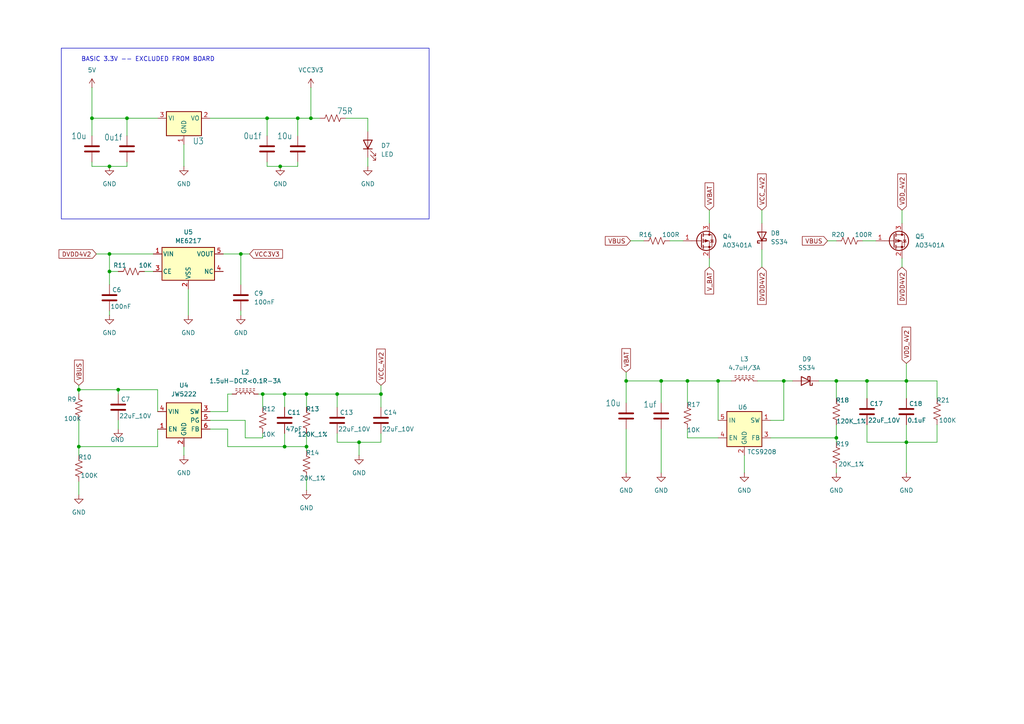
<source format=kicad_sch>
(kicad_sch (version 20231120) (generator "eeschema") (generator_version "8.0")
  (paper "A4")
  (title_block (title "TrackSense") (date "2024-05-07") (rev "BETA_1.0") (company "DFC - Cegep Ste-Foy"))
  (lib_symbols
    (symbol "Custom_Library:ME6217" (pin_names (offset 0.254))
      (property "Reference" "U8" (at 0 8.89 0))
      (property "Value" "ME6217" (at 0 6.35 0))
      (symbol "ME6217_0_1"
        (rectangle (start -7.62 4.445) (end 7.62 -5.08) (stroke (width 0.254)) (fill (type background)))
      )
      (symbol "ME6217_1_1"
        (pin power_in line (at -10.16 2.54 0) (length 2.54) (name "VIN") (number "1"))
        (pin power_in line (at 0 -7.62 90) (length 2.54) (name "VSS") (number "2"))
        (pin input line (at -10.16 -2.54 0) (length 2.54) (name "CE") (number "3"))
        (pin input line (at 10.16 -2.54 180) (length 2.54) (name "NC") (number "4"))
        (pin power_out line (at 10.16 2.54 180) (length 2.54) (name "VOUT") (number "5"))
      )
    )
    (symbol "Device:C" (pin_numbers hide) (pin_names (offset 0.254))
      (property "Reference" "C" (at 0.635 2.54 0))
      (property "Value" "C" (at 0.635 -2.54 0))
      (symbol "C_0_1"
        (polyline (pts (xy -2.032 -0.762) (xy 2.032 -0.762)) (stroke (width 0.508)))
        (polyline (pts (xy -2.032 0.762) (xy 2.032 0.762)) (stroke (width 0.508)))
      )
      (symbol "C_1_1"
        (pin passive line (at 0 3.81 270) (length 2.794) (name "~") (number "1"))
        (pin passive line (at 0 -3.81 90) (length 2.794) (name "~") (number "2"))
      )
    )
    (symbol "Device:LED" (pin_numbers hide) (pin_names (offset 1.016) hide)
      (property "Reference" "D" (at 0 2.54 0))
      (property "Value" "LED" (at 0 -2.54 0))
      (symbol "LED_0_1"
        (polyline (pts (xy -1.27 -1.27) (xy -1.27 1.27)) (stroke (width 0.254)))
        (polyline (pts (xy -1.27 0) (xy 1.27 0)))
        (polyline (pts (xy 1.27 -1.27) (xy 1.27 1.27) (xy -1.27 0) (xy 1.27 -1.27)) (stroke (width 0.254)))
        (polyline (pts (xy -3.048 -0.762) (xy -4.572 -2.286) (xy -3.81 -2.286) (xy -4.572 -2.286) (xy -4.572 -1.524)))
        (polyline (pts (xy -1.778 -0.762) (xy -3.302 -2.286) (xy -2.54 -2.286) (xy -3.302 -2.286) (xy -3.302 -1.524)))
      )
      (symbol "LED_1_1"
        (pin passive line (at -3.81 0 0) (length 2.54) (name "K") (number "1"))
        (pin passive line (at 3.81 0 180) (length 2.54) (name "A") (number "2"))
      )
    )
    (symbol "Device:L_Ferrite" (pin_numbers hide) (pin_names (offset 1.016) hide)
      (property "Reference" "L" (at -1.27 0 90))
      (property "Value" "L_Ferrite" (at 2.794 0 90))
      (symbol "L_Ferrite_0_1"
        (arc (start 0 -2.54) (mid 0.6323 -1.905) (end 0 -1.27))
        (arc (start 0 -1.27) (mid 0.6323 -0.635) (end 0 0))
        (polyline (pts (xy 1.016 -2.794) (xy 1.016 -2.286)))
        (polyline (pts (xy 1.016 -1.778) (xy 1.016 -1.27)))
        (polyline (pts (xy 1.016 -0.762) (xy 1.016 -0.254)))
        (polyline (pts (xy 1.016 0.254) (xy 1.016 0.762)))
        (polyline (pts (xy 1.016 1.27) (xy 1.016 1.778)))
        (polyline (pts (xy 1.016 2.286) (xy 1.016 2.794)))
        (polyline (pts (xy 1.524 -2.286) (xy 1.524 -2.794)))
        (polyline (pts (xy 1.524 -1.27) (xy 1.524 -1.778)))
        (polyline (pts (xy 1.524 -0.254) (xy 1.524 -0.762)))
        (polyline (pts (xy 1.524 0.762) (xy 1.524 0.254)))
        (polyline (pts (xy 1.524 1.778) (xy 1.524 1.27)))
        (polyline (pts (xy 1.524 2.794) (xy 1.524 2.286)))
        (arc (start 0 0) (mid 0.6323 0.635) (end 0 1.27))
        (arc (start 0 1.27) (mid 0.6323 1.905) (end 0 2.54))
      )
      (symbol "L_Ferrite_1_1"
        (pin passive line (at 0 3.81 270) (length 1.27) (name "1") (number "1"))
        (pin passive line (at 0 -3.81 90) (length 1.27) (name "2") (number "2"))
      )
    )
    (symbol "Device:R_US" (pin_numbers hide) (pin_names (offset 0))
      (property "Reference" "R" (at 2.54 0 90))
      (property "Value" "R_US" (at -2.54 0 90))
      (symbol "R_US_0_1"
        (polyline (pts (xy 0 -2.286) (xy 0 -2.54)))
        (polyline (pts (xy 0 2.286) (xy 0 2.54)))
        (polyline (pts (xy 0 -0.762) (xy 1.016 -1.143) (xy 0 -1.524) (xy -1.016 -1.905) (xy 0 -2.286)))
        (polyline (pts (xy 0 0.762) (xy 1.016 0.381) (xy 0 0) (xy -1.016 -0.381) (xy 0 -0.762)))
        (polyline (pts (xy 0 2.286) (xy 1.016 1.905) (xy 0 1.524) (xy -1.016 1.143) (xy 0 0.762)))
      )
      (symbol "R_US_1_1"
        (pin passive line (at 0 3.81 270) (length 1.27) (name "~") (number "1"))
        (pin passive line (at 0 -3.81 90) (length 1.27) (name "~") (number "2"))
      )
    )
    (symbol "Diode:SS34" (pin_numbers hide) (pin_names (offset 1.016) hide)
      (property "Reference" "D" (at 0 2.54 0))
      (property "Value" "SS34" (at 0 -2.54 0))
      (symbol "SS34_0_1"
        (polyline (pts (xy 1.27 0) (xy -1.27 0)))
        (polyline (pts (xy 1.27 1.27) (xy 1.27 -1.27) (xy -1.27 0) (xy 1.27 1.27)) (stroke (width 0.254)))
        (polyline (pts (xy -1.905 0.635) (xy -1.905 1.27) (xy -1.27 1.27) (xy -1.27 -1.27) (xy -0.635 -1.27) (xy -0.635 -0.635)) (stroke (width 0.254)))
      )
      (symbol "SS34_1_1"
        (pin passive line (at -3.81 0 0) (length 2.54) (name "K") (number "1"))
        (pin passive line (at 3.81 0 180) (length 2.54) (name "A") (number "2"))
      )
    )
    (symbol "Regulator_Linear:LM1117MP-3.3"
      (property "Reference" "U" (at -3.81 3.175 0))
      (property "Value" "LM1117MP-3.3" (at 0 3.175 0))
      (symbol "LM1117MP-3.3_0_1"
        (rectangle (start -5.08 -5.08) (end 5.08 1.905) (stroke (width 0.254)) (fill (type background)))
      )
      (symbol "LM1117MP-3.3_1_1"
        (pin power_in line (at 0 -7.62 90) (length 2.54) (name "GND") (number "1"))
        (pin power_out line (at 7.62 0 180) (length 2.54) (name "VO") (number "2"))
        (pin power_in line (at -7.62 0 0) (length 2.54) (name "VI") (number "3"))
      )
    )
    (symbol "Regulator_Switching:MT3608"
      (property "Reference" "U10" (at 0 10.16 0))
      (property "Value" "TCS9208" (at 0 7.62 0))
      (symbol "MT3608_0_1"
        (rectangle (start -5.08 5.08) (end 5.08 -5.08) (stroke (width 0.254)) (fill (type background)))
      )
      (symbol "MT3608_1_1"
        (pin passive line (at 7.62 2.54 180) (length 2.54) (name "SW") (number "1"))
        (pin power_in line (at 0 -7.62 90) (length 2.54) (name "GND") (number "2"))
        (pin input line (at 7.62 -2.54 180) (length 2.54) (name "FB") (number "3"))
        (pin input line (at -7.62 -2.54 0) (length 2.54) (name "EN") (number "4"))
        (pin power_in line (at -7.62 2.54 0) (length 2.54) (name "IN") (number "5"))
        (pin no_connect line (at 5.08 0 180) (length 2.54) hide (name "NC") (number "6"))
      )
    )
    (symbol "Regulator_Switching:TLV62569DDC"
      (property "Reference" "U9" (at 0 10.16 0))
      (property "Value" "JW5222" (at 0 7.62 0))
      (symbol "TLV62569DDC_0_1"
        (rectangle (start -5.08 5.08) (end 5.08 -5.08) (stroke (width 0.254)) (fill (type background)))
      )
      (symbol "TLV62569DDC_1_1"
        (pin input line (at -7.62 -2.54 0) (length 2.54) (name "EN") (number "1"))
        (pin power_in line (at 0 -7.62 90) (length 2.54) (name "GND") (number "2"))
        (pin power_out line (at 7.62 2.54 180) (length 2.54) (name "SW") (number "3"))
        (pin power_in line (at -7.62 2.54 0) (length 2.54) (name "VIN") (number "4"))
        (pin open_collector line (at 7.62 0 180) (length 2.54) (name "PG") (number "5"))
        (pin input line (at 7.62 -2.54 180) (length 2.54) (name "FB") (number "6"))
      )
    )
    (symbol "Transistor_FET:AO3401A" (pin_names hide)
      (property "Reference" "Q" (at 5.08 1.905 0))
      (property "Value" "AO3401A" (at 5.08 0 0))
      (symbol "AO3401A_0_1"
        (polyline (pts (xy 0.254 0) (xy -2.54 0)))
        (polyline (pts (xy 0.254 1.905) (xy 0.254 -1.905)) (stroke (width 0.254)))
        (polyline (pts (xy 0.762 -1.27) (xy 0.762 -2.286)) (stroke (width 0.254)))
        (polyline (pts (xy 0.762 0.508) (xy 0.762 -0.508)) (stroke (width 0.254)))
        (polyline (pts (xy 0.762 2.286) (xy 0.762 1.27)) (stroke (width 0.254)))
        (polyline (pts (xy 2.54 2.54) (xy 2.54 1.778)))
        (polyline (pts (xy 2.54 -2.54) (xy 2.54 0) (xy 0.762 0)))
        (polyline (pts (xy 0.762 1.778) (xy 3.302 1.778) (xy 3.302 -1.778) (xy 0.762 -1.778)))
        (polyline (pts (xy 2.286 0) (xy 1.27 0.381) (xy 1.27 -0.381) (xy 2.286 0)) (fill (type outline)))
        (polyline (pts (xy 2.794 -0.508) (xy 2.921 -0.381) (xy 3.683 -0.381) (xy 3.81 -0.254)))
        (polyline (pts (xy 3.302 -0.381) (xy 2.921 0.254) (xy 3.683 0.254) (xy 3.302 -0.381)))
        (circle (center 1.651 0) (radius 2.794) (stroke (width 0.254)))
        (circle (center 2.54 -1.778) (radius 0.254) (fill (type outline)))
        (circle (center 2.54 1.778) (radius 0.254) (fill (type outline)))
      )
      (symbol "AO3401A_1_1"
        (pin input line (at -5.08 0 0) (length 2.54) (name "G") (number "1"))
        (pin passive line (at 2.54 -5.08 90) (length 2.54) (name "S") (number "2"))
        (pin passive line (at 2.54 5.08 270) (length 2.54) (name "D") (number "3"))
      )
    )
    (symbol "power:GND" (power) (pin_numbers hide) (pin_names (offset 0) hide)
      (property "Value" "GND" (at 0 -3.81 0))
      (symbol "GND_0_1"
        (polyline (pts (xy 0 0) (xy 0 -1.27) (xy 1.27 -1.27) (xy 0 -2.54) (xy -1.27 -1.27) (xy 0 -1.27)))
      )
      (symbol "GND_1_1"
        (pin power_in line (at 0 0 270) (length 0) (name "~") (number "1"))
      )
    )
    (symbol "power:VBUS" (power) (pin_numbers hide) (pin_names (offset 0) hide)
      (property "Value" "VBUS" (at 0 3.556 0))
      (symbol "VBUS_0_1"
        (polyline (pts (xy -0.762 1.27) (xy 0 2.54)))
        (polyline (pts (xy 0 0) (xy 0 2.54)))
        (polyline (pts (xy 0 2.54) (xy 0.762 1.27)))
      )
      (symbol "VBUS_1_1"
        (pin power_in line (at 0 0 90) (length 0) (name "~") (number "1"))
      )
    )
    (symbol "power:VCC" (power) (pin_numbers hide) (pin_names (offset 0) hide)
      (property "Value" "VCC" (at 0 3.556 0))
      (symbol "VCC_0_1"
        (polyline (pts (xy -0.762 1.27) (xy 0 2.54)))
        (polyline (pts (xy 0 0) (xy 0 2.54)))
        (polyline (pts (xy 0 2.54) (xy 0.762 1.27)))
      )
      (symbol "VCC_1_1"
        (pin power_in line (at 0 0 90) (length 0) (name "~") (number "1"))
      )
    )
  )
  (junction (at 208.28 110.49))
  (junction (at 242.57 110.49))
  (junction (at 76.2 114.3))
  (junction (at 262.89 110.49))
  (junction (at 97.79 114.3))
  (junction (at 90.17 34.29))
  (junction (at 26.67 34.29))
  (junction (at 36.83 34.29))
  (junction (at 88.9 129.54))
  (junction (at 77.47 34.29))
  (junction (at 31.75 73.66))
  (junction (at 110.49 114.3))
  (junction (at 262.89 128.27))
  (junction (at 251.46 110.49))
  (junction (at 181.61 110.49))
  (junction (at 82.55 129.54))
  (junction (at 104.14 128.27))
  (junction (at 81.28 48.26))
  (junction (at 199.39 110.49))
  (junction (at 86.36 34.29))
  (junction (at 227.33 110.49))
  (junction (at 34.29 113.03))
  (junction (at 22.86 129.54))
  (junction (at 88.9 114.3))
  (junction (at 22.86 113.03))
  (junction (at 242.57 127))
  (junction (at 31.75 48.26))
  (junction (at 191.77 110.49))
  (junction (at 69.85 73.66))
  (junction (at 82.55 114.3))
  (junction (at 31.75 78.74))
  (wire (pts (xy 26.67 48.26) (xy 31.75 48.26)) (stroke (width 0.1524)))
  (wire (pts (xy 66.04 124.46) (xy 66.04 129.54)))
  (wire (pts (xy 220.98 72.39) (xy 220.98 77.47)))
  (wire (pts (xy 181.61 110.49) (xy 181.61 116.84)))
  (wire (pts (xy 242.57 135.89) (xy 242.57 137.16)))
  (wire (pts (xy 271.78 115.57) (xy 271.78 110.49)))
  (wire (pts (xy 22.86 113.03) (xy 22.86 114.3)))
  (wire (pts (xy 36.83 39.37) (xy 36.83 34.29)) (stroke (width 0.1524)))
  (wire (pts (xy 242.57 127) (xy 242.57 128.27)))
  (wire (pts (xy 45.72 119.38) (xy 45.72 113.03)))
  (wire (pts (xy 199.39 110.49) (xy 199.39 116.84)))
  (wire (pts (xy 223.52 127) (xy 242.57 127)))
  (wire (pts (xy 27.94 73.66) (xy 31.75 73.66)))
  (wire (pts (xy 26.67 39.37) (xy 26.67 34.29)) (stroke (width 0.1524)))
  (wire (pts (xy 191.77 110.49) (xy 199.39 110.49)))
  (wire (pts (xy 191.77 124.46) (xy 191.77 137.16)))
  (wire (pts (xy 110.49 128.27) (xy 110.49 125.73)))
  (wire (pts (xy 60.96 119.38) (xy 66.04 119.38)))
  (wire (pts (xy 31.75 48.26) (xy 36.83 48.26)) (stroke (width 0.1524)))
  (wire (pts (xy 76.2 114.3) (xy 76.2 118.11)))
  (wire (pts (xy 22.86 139.7) (xy 22.86 143.51)))
  (wire (pts (xy 208.28 110.49) (xy 212.09 110.49)))
  (wire (pts (xy 262.89 110.49) (xy 262.89 115.57)))
  (wire (pts (xy 26.67 34.29) (xy 36.83 34.29)) (stroke (width 0.1524)))
  (wire (pts (xy 242.57 110.49) (xy 251.46 110.49)))
  (wire (pts (xy 71.12 121.92) (xy 60.96 121.92)))
  (wire (pts (xy 97.79 128.27) (xy 104.14 128.27)))
  (wire (pts (xy 97.79 114.3) (xy 97.79 118.11)))
  (wire (pts (xy 66.04 119.38) (xy 66.04 114.3)))
  (wire (pts (xy 86.36 48.26) (xy 81.28 48.26)))
  (wire (pts (xy 76.2 127) (xy 71.12 127)))
  (wire (pts (xy 22.86 111.76) (xy 22.86 113.03)))
  (wire (pts (xy 88.9 114.3) (xy 88.9 118.11)))
  (wire (pts (xy 97.79 125.73) (xy 97.79 128.27)))
  (wire (pts (xy 34.29 121.92) (xy 34.29 124.46)))
  (wire (pts (xy 45.72 124.46) (xy 45.72 129.54)))
  (wire (pts (xy 262.89 123.19) (xy 262.89 128.27)))
  (wire (pts (xy 53.34 129.54) (xy 53.34 132.08)))
  (wire (pts (xy 191.77 116.84) (xy 191.77 110.49)))
  (wire (pts (xy 199.39 127) (xy 199.39 124.46)))
  (wire (pts (xy 181.61 124.46) (xy 181.61 137.16)))
  (wire (pts (xy 205.74 74.93) (xy 205.74 77.47)))
  (wire (pts (xy 45.72 129.54) (xy 22.86 129.54)))
  (wire (pts (xy 220.98 60.96) (xy 220.98 64.77)))
  (wire (pts (xy 86.36 46.99) (xy 86.36 48.26)))
  (wire (pts (xy 31.75 78.74) (xy 31.75 82.55)))
  (wire (pts (xy 182.88 69.85) (xy 186.69 69.85)))
  (wire (pts (xy 69.85 73.66) (xy 72.39 73.66)))
  (wire (pts (xy 251.46 110.49) (xy 262.89 110.49)))
  (wire (pts (xy 106.68 34.29) (xy 106.68 38.1)))
  (wire (pts (xy 36.83 34.29) (xy 45.72 34.29)) (stroke (width 0.1524)))
  (wire (pts (xy 251.46 123.19) (xy 251.46 128.27)))
  (wire (pts (xy 261.62 60.96) (xy 261.62 64.77)))
  (wire (pts (xy 66.04 129.54) (xy 82.55 129.54)))
  (wire (pts (xy 106.68 45.72) (xy 106.68 48.26)))
  (wire (pts (xy 110.49 114.3) (xy 110.49 118.11)))
  (wire (pts (xy 181.61 107.95) (xy 181.61 110.49)))
  (wire (pts (xy 82.55 114.3) (xy 88.9 114.3)))
  (wire (pts (xy 271.78 128.27) (xy 262.89 128.27)))
  (wire (pts (xy 227.33 121.92) (xy 227.33 110.49)))
  (wire (pts (xy 242.57 123.19) (xy 242.57 127)))
  (wire (pts (xy 26.67 25.4) (xy 26.67 34.29)))
  (wire (pts (xy 191.77 110.49) (xy 181.61 110.49)))
  (wire (pts (xy 88.9 138.43) (xy 88.9 142.24)))
  (wire (pts (xy 36.83 48.26) (xy 36.83 46.99)) (stroke (width 0.1524)))
  (wire (pts (xy 88.9 114.3) (xy 97.79 114.3)))
  (wire (pts (xy 199.39 110.49) (xy 208.28 110.49)))
  (wire (pts (xy 194.31 69.85) (xy 198.12 69.85)))
  (wire (pts (xy 69.85 90.17) (xy 69.85 91.44)))
  (wire (pts (xy 215.9 132.08) (xy 215.9 137.16)))
  (wire (pts (xy 110.49 111.76) (xy 110.49 114.3)))
  (wire (pts (xy 64.77 73.66) (xy 69.85 73.66)))
  (wire (pts (xy 31.75 73.66) (xy 44.45 73.66)))
  (wire (pts (xy 227.33 110.49) (xy 229.87 110.49)))
  (wire (pts (xy 240.03 69.85) (xy 242.57 69.85)))
  (wire (pts (xy 251.46 110.49) (xy 251.46 115.57)))
  (wire (pts (xy 74.93 114.3) (xy 76.2 114.3)))
  (wire (pts (xy 54.61 83.82) (xy 54.61 91.44)))
  (wire (pts (xy 90.17 25.4) (xy 90.17 34.29)))
  (wire (pts (xy 60.96 124.46) (xy 66.04 124.46)))
  (wire (pts (xy 66.04 114.3) (xy 67.31 114.3)))
  (wire (pts (xy 104.14 128.27) (xy 110.49 128.27)))
  (wire (pts (xy 208.28 127) (xy 199.39 127)))
  (wire (pts (xy 31.75 73.66) (xy 31.75 78.74)))
  (wire (pts (xy 69.85 73.66) (xy 69.85 82.55)))
  (wire (pts (xy 31.75 78.74) (xy 34.29 78.74)))
  (wire (pts (xy 86.36 34.29) (xy 86.36 39.37)) (stroke (width 0.1524)))
  (wire (pts (xy 88.9 129.54) (xy 88.9 130.81)))
  (wire (pts (xy 76.2 125.73) (xy 76.2 127)))
  (wire (pts (xy 82.55 114.3) (xy 82.55 118.11)))
  (wire (pts (xy 86.36 34.29) (xy 90.17 34.29)))
  (wire (pts (xy 26.67 46.99) (xy 26.67 48.26)) (stroke (width 0.1524)))
  (wire (pts (xy 82.55 129.54) (xy 88.9 129.54)))
  (wire (pts (xy 90.17 34.29) (xy 92.71 34.29)))
  (wire (pts (xy 77.47 46.99) (xy 77.47 48.26)))
  (wire (pts (xy 34.29 113.03) (xy 34.29 114.3)))
  (wire (pts (xy 208.28 121.92) (xy 208.28 110.49)))
  (wire (pts (xy 22.86 113.03) (xy 34.29 113.03)))
  (wire (pts (xy 22.86 121.92) (xy 22.86 129.54)))
  (wire (pts (xy 100.33 34.29) (xy 106.68 34.29)))
  (wire (pts (xy 34.29 113.03) (xy 45.72 113.03)))
  (wire (pts (xy 250.19 69.85) (xy 254 69.85)))
  (wire (pts (xy 223.52 121.92) (xy 227.33 121.92)))
  (wire (pts (xy 261.62 74.93) (xy 261.62 77.47)))
  (wire (pts (xy 219.71 110.49) (xy 227.33 110.49)))
  (wire (pts (xy 97.79 114.3) (xy 110.49 114.3)))
  (wire (pts (xy 53.34 41.91) (xy 53.34 48.26)))
  (wire (pts (xy 262.89 105.41) (xy 262.89 110.49)))
  (wire (pts (xy 76.2 114.3) (xy 82.55 114.3)))
  (wire (pts (xy 271.78 123.19) (xy 271.78 128.27)))
  (wire (pts (xy 82.55 125.73) (xy 82.55 129.54)))
  (wire (pts (xy 88.9 125.73) (xy 88.9 129.54)))
  (wire (pts (xy 104.14 128.27) (xy 104.14 132.08)))
  (wire (pts (xy 81.28 48.26) (xy 77.47 48.26)))
  (wire (pts (xy 251.46 128.27) (xy 262.89 128.27)))
  (wire (pts (xy 41.91 78.74) (xy 44.45 78.74)))
  (wire (pts (xy 205.74 60.96) (xy 205.74 64.77)))
  (wire (pts (xy 77.47 39.37) (xy 77.47 34.29)) (stroke (width 0.1524)))
  (wire (pts (xy 271.78 110.49) (xy 262.89 110.49)))
  (wire (pts (xy 31.75 90.17) (xy 31.75 91.44)))
  (wire (pts (xy 60.96 34.29) (xy 77.47 34.29)) (stroke (width 0.1524)))
  (wire (pts (xy 237.49 110.49) (xy 242.57 110.49)))
  (wire (pts (xy 22.86 129.54) (xy 22.86 132.08)))
  (wire (pts (xy 77.47 34.29) (xy 86.36 34.29)) (stroke (width 0.1524)))
  (wire (pts (xy 71.12 127) (xy 71.12 121.92)))
  (wire (pts (xy 262.89 128.27) (xy 262.89 137.16)))
  (wire (pts (xy 242.57 110.49) (xy 242.57 115.57)))
  (rectangle (start 17.78 13.97) (end 124.46 63.5))
  (text "BASIC 3.3V -- EXCLUDED FROM BOARD" (at 42.926 17.272 0) (effects (font (size 1.27 1.27))))
  (global_label "VDD_4V2" (shape input) (at 262.89 105.41 90) (property "Intersheetrefs" "${INTERSHEET_REFS}" (effects (hide yes))))
  (global_label "VBUS" (shape input) (at 22.86 111.76 90) (property "Intersheetrefs" "${INTERSHEET_REFS}" (effects (hide yes))))
  (global_label "VCC_4V2" (shape input) (at 220.98 60.96 90) (property "Intersheetrefs" "${INTERSHEET_REFS}" (effects (hide yes))))
  (global_label "V_BAT" (shape input) (at 205.74 77.47 270) (property "Intersheetrefs" "${INTERSHEET_REFS}" (effects (hide yes))))
  (global_label "VCC_4V2" (shape input) (at 110.49 111.76 90) (property "Intersheetrefs" "${INTERSHEET_REFS}" (effects (hide yes))))
  (global_label "DVDD4V2" (shape input) (at 27.94 73.66 180) (property "Intersheetrefs" "${INTERSHEET_REFS}" (effects (hide yes))))
  (global_label "DVDD4V2" (shape input) (at 220.98 77.47 270) (property "Intersheetrefs" "${INTERSHEET_REFS}" (effects (hide yes))))
  (global_label "VBUS" (shape input) (at 240.03 69.85 180) (property "Intersheetrefs" "${INTERSHEET_REFS}" (effects (hide yes))))
  (global_label "VCC3V3" (shape input) (at 72.39 73.66 0) (property "Intersheetrefs" "${INTERSHEET_REFS}" (effects (hide yes))))
  (global_label "VDD_4V2" (shape input) (at 261.62 60.96 90) (property "Intersheetrefs" "${INTERSHEET_REFS}" (effects (hide yes))))
  (global_label "VBAT" (shape input) (at 181.61 107.95 90) (property "Intersheetrefs" "${INTERSHEET_REFS}" (effects (hide yes))))
  (global_label "VVBAT" (shape input) (at 205.74 60.96 90) (property "Intersheetrefs" "${INTERSHEET_REFS}" (effects (hide yes))))
  (global_label "VBUS" (shape input) (at 182.88 69.85 180) (property "Intersheetrefs" "${INTERSHEET_REFS}" (effects (hide yes))))
  (global_label "DVDD4V2" (shape input) (at 261.62 77.47 270) (property "Intersheetrefs" "${INTERSHEET_REFS}" (effects (hide yes))))
  (symbol (lib_id "power:GND") (at 242.57 137.16 0) (unit 1)
    (property "Reference" "#PWR026" (effects (hide yes)))
    (property "Value" "GND" (at 242.57 142.24 0))
    (property "Description" "Power symbol creates a global label with name \"GND\" , ground" (effects (hide yes)))
  )
  (symbol (lib_id "power:GND") (at 22.86 143.51 0) (unit 1)
    (property "Reference" "#PWR09" (effects (hide yes)))
    (property "Value" "GND" (at 22.86 148.59 0))
    (property "Description" "Power symbol creates a global label with name \"GND\" , ground" (effects (hide yes)))
  )
  (symbol (lib_id "Device:R_US") (at 271.78 119.38 0) (unit 1)
    (property "Reference" "R21" (at 273.558 116.078 0))
    (property "Value" "100K" (at 274.828 121.92 0))
    (property "Footprint" "Resistor_SMD:R_0603_1608Metric" (effects (hide yes)))
    (property "Description" "Resistor, US symbol" (effects (hide yes)))
  )
  (symbol (lib_id "Device:R_US") (at 38.1 78.74 90) (unit 1)
    (property "Reference" "R11" (at 34.798 76.962 90))
    (property "Value" "10K" (at 42.164 76.962 90))
    (property "Footprint" "Resistor_SMD:R_0603_1608Metric" (effects (hide yes)))
    (property "Description" "Resistor, US symbol" (effects (hide yes)))
  )
  (symbol (lib_id "power:GND") (at 191.77 137.16 0) (unit 1)
    (property "Reference" "#PWR024" (effects (hide yes)))
    (property "Value" "GND" (at 191.77 142.24 0))
    (property "Description" "Power symbol creates a global label with name \"GND\" , ground" (effects (hide yes)))
  )
  (symbol (lib_id "Device:C") (at 36.83 43.18 180) (unit 1) (exclude_from_sim yes) (in_bom no) (on_board no)
    (property "Reference" "C8" (effects (hide yes)))
    (property "Value" "0u1f" (at 35.56 38.862 0) (effects (font (size 1.778 1.5113)) (justify left bottom)))
    (property "Footprint" "Capacitor_SMD:C_0603_1608Metric" (effects (hide yes)))
    (property "Description" "Unpolarized capacitor" (effects (hide yes)))
  )
  (symbol (lib_id "Device:C") (at 181.61 120.65 180) (unit 1)
    (property "Reference" "C15" (effects (hide yes)))
    (property "Value" "10u" (at 180.086 115.951 0) (effects (font (size 1.778 1.5113)) (justify left bottom)))
    (property "Footprint" "Capacitor_SMD:C_0603_1608Metric" (effects (hide yes)))
    (property "Description" "Unpolarized capacitor" (effects (hide yes)))
  )
  (symbol (lib_id "Device:R_US") (at 242.57 132.08 0) (unit 1)
    (property "Reference" "R19" (at 244.348 128.778 0))
    (property "Value" "20K_1%" (at 246.888 134.62 0))
    (property "Footprint" "Resistor_SMD:R_0603_1608Metric" (effects (hide yes)))
    (property "Description" "Resistor, US symbol" (effects (hide yes)))
  )
  (symbol (lib_id "Device:C") (at 251.46 119.38 0) (unit 1)
    (property "Reference" "C17" (at 252.222 117.094 0) (effects (justify left)))
    (property "Value" "22uF_10V" (at 251.714 121.92 0) (effects (justify left)))
    (property "Footprint" "Capacitor_SMD:C_1206_3216Metric" (effects (hide yes)))
    (property "Description" "Unpolarized capacitor" (effects (hide yes)))
  )
  (symbol (lib_id "Device:R_US") (at 96.52 34.29 90) (unit 1) (exclude_from_sim yes) (in_bom no) (on_board no)
    (property "Reference" "R15" (effects (hide yes)))
    (property "Value" "75R" (at 102.362 31.242 90) (effects (font (size 1.778 1.5113)) (justify left bottom)))
    (property "Footprint" "Resistor_SMD:R_0603_1608Metric" (effects (hide yes)))
    (property "Description" "Resistor, US symbol" (effects (hide yes)))
  )
  (symbol (lib_id "Device:C") (at 97.79 121.92 0) (unit 1)
    (property "Reference" "C13" (at 98.552 119.634 0) (effects (justify left)))
    (property "Value" "22uF_10V" (at 98.044 124.46 0) (effects (justify left)))
    (property "Footprint" "Capacitor_SMD:C_1206_3216Metric" (effects (hide yes)))
    (property "Description" "Unpolarized capacitor" (effects (hide yes)))
  )
  (symbol (lib_id "Transistor_FET:AO3401A") (at 203.2 69.85 0) (unit 1)
    (property "Reference" "Q4" (at 209.55 68.5799 0) (effects (justify left)))
    (property "Value" "AO3401A" (at 209.55 71.1199 0) (effects (justify left)))
    (property "Footprint" "Package_TO_SOT_SMD:SOT-23" (effects (hide yes)))
    (property "Datasheet" "http://www.aosmd.com/pdfs/datasheet/AO3401A.pdf" (effects (hide yes)))
    (property "Description" "-4.0A Id, -30V Vds, P-Channel MOSFET, SOT-23" (effects (hide yes)))
  )
  (symbol (lib_id "Device:R_US") (at 76.2 121.92 0) (unit 1)
    (property "Reference" "R12" (at 77.978 118.618 0))
    (property "Value" "10K" (at 77.978 125.984 0))
    (property "Footprint" "Resistor_SMD:R_0603_1608Metric" (effects (hide yes)))
    (property "Description" "Resistor, US symbol" (effects (hide yes)))
  )
  (symbol (lib_id "Device:C") (at 69.85 86.36 0) (unit 1)
    (property "Reference" "C9" (at 73.66 85.0899 0) (effects (justify left)))
    (property "Value" "100nF" (at 73.66 87.6299 0) (effects (justify left)))
    (property "Footprint" "Capacitor_SMD:C_0603_1608Metric" (effects (hide yes)))
    (property "Description" "Unpolarized capacitor" (effects (hide yes)))
  )
  (symbol (lib_id "power:GND") (at 34.29 124.46 0) (unit 1)
    (property "Reference" "#PWR013" (effects (hide yes)))
    (property "Value" "GND" (at 34.036 127.508 0))
    (property "Description" "Power symbol creates a global label with name \"GND\" , ground" (effects (hide yes)))
  )
  (symbol (lib_id "power:GND") (at 31.75 48.26 0) (unit 1)
    (property "Reference" "#PWR011" (effects (hide yes)))
    (property "Value" "GND" (at 31.75 53.34 0))
    (property "Description" "Power symbol creates a global label with name \"GND\" , ground" (effects (hide yes)))
  )
  (symbol (lib_id "Device:R_US") (at 88.9 121.92 0) (unit 1)
    (property "Reference" "R13" (at 90.678 118.618 0))
    (property "Value" "120K_1%" (at 90.678 125.984 0))
    (property "Footprint" "Resistor_SMD:R_0603_1608Metric" (effects (hide yes)))
    (property "Description" "Resistor, US symbol" (effects (hide yes)))
  )
  (symbol (lib_id "Device:R_US") (at 242.57 119.38 0) (unit 1)
    (property "Reference" "R18" (at 244.348 116.078 0))
    (property "Value" "120K_1%" (at 246.888 122.174 0))
    (property "Footprint" "Resistor_SMD:R_0603_1608Metric" (effects (hide yes)))
    (property "Description" "Resistor, US symbol" (effects (hide yes)))
  )
  (symbol (lib_id "Regulator_Linear:LM1117MP-3.3") (at 53.34 34.29 0) (unit 1) (exclude_from_sim yes) (in_bom no) (on_board no)
    (property "Reference" "U3" (at 55.88 41.91 0) (effects (font (size 1.778 1.5113)) (justify left bottom)))
    (property "Value" "V_REG_LM1117SOT223" (effects (hide yes)))
    (property "Footprint" "Package_TO_SOT_SMD:SOT-223-3_TabPin2" (effects (hide yes)))
    (property "Datasheet" "http://www.ti.com/lit/ds/symlink/lm1117.pdf" (effects (hide yes)))
    (property "Description" "800mA Low-Dropout Linear Regulator, 3.3V fixed output, SOT-223" (effects (hide yes)))
  )
  (symbol (lib_id "power:GND") (at 106.68 48.26 0) (unit 1)
    (property "Reference" "#PWR022" (effects (hide yes)))
    (property "Value" "GND" (at 106.68 53.34 0))
    (property "Description" "Power symbol creates a global label with name \"GND\" , ground" (effects (hide yes)))
  )
  (symbol (lib_id "Device:R_US") (at 246.38 69.85 90) (unit 1)
    (property "Reference" "R20" (at 243.078 68.072 90))
    (property "Value" "100R" (at 250.444 68.072 90))
    (property "Footprint" "Resistor_SMD:R_0603_1608Metric" (effects (hide yes)))
    (property "Description" "Resistor, US symbol" (effects (hide yes)))
  )
  (symbol (lib_id "Device:L_Ferrite") (at 215.9 110.49 90) (unit 1)
    (property "Reference" "L3" (at 215.9 104.14 90))
    (property "Value" "4.7uH/3A" (at 215.9 106.68 90))
    (property "Footprint" "Inductor_SMD:L_Sunlord_SWPA4010S" (effects (hide yes)))
    (property "Description" "Inductor with ferrite core" (effects (hide yes)))
  )
  (symbol (lib_id "Device:C") (at 26.67 43.18 180) (unit 1) (exclude_from_sim yes) (in_bom no) (on_board no)
    (property "Reference" "C5" (effects (hide yes)))
    (property "Value" "10u" (at 25.146 38.481 0) (effects (font (size 1.778 1.5113)) (justify left bottom)))
    (property "Footprint" "Capacitor_SMD:C_0603_1608Metric" (effects (hide yes)))
    (property "Description" "Unpolarized capacitor" (effects (hide yes)))
  )
  (symbol (lib_id "Diode:SS34") (at 220.98 68.58 90) (unit 1)
    (property "Reference" "D8" (at 223.52 67.6274 90) (effects (justify right)))
    (property "Value" "SS34" (at 223.52 70.1674 90) (effects (justify right)))
    (property "Footprint" "Diode_SMD:D_SMA" (effects (hide yes)))
    (property "Datasheet" "https://www.vishay.com/docs/88751/ss32.pdf" (effects (hide yes)))
    (property "Description" "40V 3A Schottky Diode, SMA" (effects (hide yes)))
  )
  (symbol (lib_id "Device:R_US") (at 88.9 134.62 0) (unit 1)
    (property "Reference" "R14" (at 90.678 131.318 0))
    (property "Value" "20K_1%" (at 90.678 138.684 0))
    (property "Footprint" "Resistor_SMD:R_0603_1608Metric" (effects (hide yes)))
    (property "Description" "Resistor, US symbol" (effects (hide yes)))
  )
  (symbol (lib_id "power:GND") (at 181.61 137.16 0) (unit 1)
    (property "Reference" "#PWR023" (effects (hide yes)))
    (property "Value" "GND" (at 181.61 142.24 0))
    (property "Description" "Power symbol creates a global label with name \"GND\" , ground" (effects (hide yes)))
  )
  (symbol (lib_id "Device:L_Ferrite") (at 71.12 114.3 90) (unit 1)
    (property "Reference" "L2" (at 71.12 107.95 90))
    (property "Value" "1.5uH-DCR<0.1R-3A" (at 71.12 110.49 90))
    (property "Footprint" "Inductor_SMD:L_Sunlord_SWPA4010S" (effects (hide yes)))
    (property "Description" "Inductor with ferrite core" (effects (hide yes)))
  )
  (symbol (lib_id "power:GND") (at 104.14 132.08 0) (unit 1)
    (property "Reference" "#PWR021" (effects (hide yes)))
    (property "Value" "GND" (at 104.14 137.16 0))
    (property "Description" "Power symbol creates a global label with name \"GND\" , ground" (effects (hide yes)))
  )
  (symbol (lib_id "power:GND") (at 53.34 132.08 0) (unit 1)
    (property "Reference" "#PWR015" (effects (hide yes)))
    (property "Value" "GND" (at 53.34 137.16 0))
    (property "Description" "Power symbol creates a global label with name \"GND\" , ground" (effects (hide yes)))
  )
  (symbol (lib_id "power:GND") (at 31.75 91.44 0) (unit 1)
    (property "Reference" "#PWR012" (effects (hide yes)))
    (property "Value" "GND" (at 31.75 96.52 0))
    (property "Description" "Power symbol creates a global label with name \"GND\" , ground" (effects (hide yes)))
  )
  (symbol (lib_id "power:VBUS") (at 26.67 25.4 0) (unit 1)
    (property "Reference" "#PWR010" (effects (hide yes)))
    (property "Value" "5V" (at 26.67 20.32 0))
    (property "Description" "Power symbol creates a global label with name \"VBUS\"" (effects (hide yes)))
  )
  (symbol (lib_id "Transistor_FET:AO3401A") (at 259.08 69.85 0) (unit 1)
    (property "Reference" "Q5" (at 265.43 68.5799 0) (effects (justify left)))
    (property "Value" "AO3401A" (at 265.43 71.1199 0) (effects (justify left)))
    (property "Footprint" "Package_TO_SOT_SMD:SOT-23" (effects (hide yes)))
    (property "Datasheet" "http://www.aosmd.com/pdfs/datasheet/AO3401A.pdf" (effects (hide yes)))
    (property "Description" "-4.0A Id, -30V Vds, P-Channel MOSFET, SOT-23" (effects (hide yes)))
  )
  (symbol (lib_id "Device:C") (at 82.55 121.92 0) (unit 1)
    (property "Reference" "C11" (at 83.312 119.634 0) (effects (justify left)))
    (property "Value" "47pF" (at 82.804 124.46 0) (effects (justify left)))
    (property "Footprint" "Capacitor_SMD:C_0603_1608Metric" (effects (hide yes)))
    (property "Description" "Unpolarized capacitor" (effects (hide yes)))
  )
  (symbol (lib_id "power:VCC") (at 90.17 25.4 0) (unit 1)
    (property "Reference" "#PWR020" (effects (hide yes)))
    (property "Value" "VCC3V3" (at 90.17 20.32 0))
    (property "Description" "Power symbol creates a global label with name \"VCC\"" (effects (hide yes)))
  )
  (symbol (lib_id "power:GND") (at 262.89 137.16 0) (unit 1)
    (property "Reference" "#PWR027" (effects (hide yes)))
    (property "Value" "GND" (at 262.89 142.24 0))
    (property "Description" "Power symbol creates a global label with name \"GND\" , ground" (effects (hide yes)))
  )
  (symbol (lib_id "Device:C") (at 77.47 43.18 180) (unit 1) (exclude_from_sim yes) (in_bom no) (on_board no)
    (property "Reference" "C10" (effects (hide yes)))
    (property "Value" "0u1f" (at 75.946 38.481 0) (effects (font (size 1.778 1.5113)) (justify left bottom)))
    (property "Footprint" "Capacitor_SMD:C_0603_1608Metric" (effects (hide yes)))
    (property "Description" "Unpolarized capacitor" (effects (hide yes)))
  )
  (symbol (lib_id "Device:C") (at 191.77 120.65 180) (unit 1)
    (property "Reference" "C16" (effects (hide yes)))
    (property "Value" "1uf" (at 190.5 116.332 0) (effects (font (size 1.778 1.5113)) (justify left bottom)))
    (property "Footprint" "Capacitor_SMD:C_0603_1608Metric" (effects (hide yes)))
    (property "Description" "Unpolarized capacitor" (effects (hide yes)))
  )
  (symbol (lib_id "Device:C") (at 86.36 43.18 180) (unit 1) (exclude_from_sim yes) (in_bom no) (on_board no)
    (property "Reference" "C12" (effects (hide yes)))
    (property "Value" "10u" (at 84.836 38.481 0) (effects (font (size 1.778 1.5113)) (justify left bottom)))
    (property "Footprint" "Capacitor_SMD:C_0603_1608Metric" (effects (hide yes)))
    (property "Description" "Unpolarized capacitor" (effects (hide yes)))
  )
  (symbol (lib_id "Device:C") (at 110.49 121.92 0) (unit 1)
    (property "Reference" "C14" (at 111.252 119.634 0) (effects (justify left)))
    (property "Value" "22uF_10V" (at 110.744 124.46 0) (effects (justify left)))
    (property "Footprint" "Capacitor_SMD:C_1206_3216Metric" (effects (hide yes)))
    (property "Description" "Unpolarized capacitor" (effects (hide yes)))
  )
  (symbol (lib_id "Regulator_Switching:TLV62569DDC") (at 53.34 121.92 0) (unit 1)
    (property "Reference" "U4" (at 53.34 111.76 0))
    (property "Value" "JW5222" (at 53.34 114.3 0))
    (property "Footprint" "Package_TO_SOT_SMD:SOT-23-6" (effects (hide yes)))
    (property "Datasheet" "https://www.lcsc.com/datasheet/lcsc_datasheet_1912111437_JoulWatt-Tech-JW5222_C371424.pdf" (effects (hide yes)))
    (property "Description" "2.5A, 6V, 1MHz  Synchronous Step-Down Converter, SOT-23-6" (effects (hide yes)))
  )
  (symbol (lib_id "Diode:SS34") (at 233.68 110.49 180) (unit 1)
    (property "Reference" "D9" (at 233.9975 104.14 0))
    (property "Value" "SS34" (at 233.9975 106.68 0))
    (property "Footprint" "Diode_SMD:D_SMA" (effects (hide yes)))
    (property "Datasheet" "https://www.vishay.com/docs/88751/ss32.pdf" (effects (hide yes)))
    (property "Description" "40V 3A Schottky Diode, SMA" (effects (hide yes)))
  )
  (symbol (lib_id "Device:R_US") (at 22.86 118.11 0) (unit 1)
    (property "Reference" "R9" (at 20.828 115.824 0))
    (property "Value" "100K" (at 21.082 121.412 0))
    (property "Footprint" "Resistor_SMD:R_0603_1608Metric" (effects (hide yes)))
    (property "Description" "Resistor, US symbol" (effects (hide yes)))
  )
  (symbol (lib_id "Device:R_US") (at 199.39 120.65 0) (unit 1)
    (property "Reference" "R17" (at 201.168 117.348 0))
    (property "Value" "10K" (at 201.168 124.714 0))
    (property "Footprint" "Resistor_SMD:R_0603_1608Metric" (effects (hide yes)))
    (property "Description" "Resistor, US symbol" (effects (hide yes)))
  )
  (symbol (lib_id "power:GND") (at 81.28 48.26 0) (unit 1)
    (property "Reference" "#PWR018" (effects (hide yes)))
    (property "Value" "GND" (at 81.28 53.34 0))
    (property "Description" "Power symbol creates a global label with name \"GND\" , ground" (effects (hide yes)))
  )
  (symbol (lib_id "Device:C") (at 31.75 86.36 0) (unit 1)
    (property "Reference" "C6" (at 32.512 84.074 0) (effects (justify left)))
    (property "Value" "100nF" (at 32.004 88.9 0) (effects (justify left)))
    (property "Footprint" "Capacitor_SMD:C_0603_1608Metric" (effects (hide yes)))
    (property "Description" "Unpolarized capacitor" (effects (hide yes)))
  )
  (symbol (lib_id "power:GND") (at 69.85 91.44 0) (unit 1)
    (property "Reference" "#PWR017" (effects (hide yes)))
    (property "Value" "GND" (at 69.85 96.52 0))
    (property "Description" "Power symbol creates a global label with name \"GND\" , ground" (effects (hide yes)))
  )
  (symbol (lib_id "Device:R_US") (at 22.86 135.89 0) (unit 1)
    (property "Reference" "R10" (at 24.638 132.588 0))
    (property "Value" "100K" (at 25.908 137.922 0))
    (property "Footprint" "Resistor_SMD:R_0603_1608Metric" (effects (hide yes)))
    (property "Description" "Resistor, US symbol" (effects (hide yes)))
  )
  (symbol (lib_id "power:GND") (at 54.61 91.44 0) (unit 1)
    (property "Reference" "#PWR016" (effects (hide yes)))
    (property "Value" "GND" (at 54.61 96.52 0))
    (property "Description" "Power symbol creates a global label with name \"GND\" , ground" (effects (hide yes)))
  )
  (symbol (lib_id "power:GND") (at 215.9 137.16 0) (unit 1)
    (property "Reference" "#PWR025" (effects (hide yes)))
    (property "Value" "GND" (at 215.9 142.24 0))
    (property "Description" "Power symbol creates a global label with name \"GND\" , ground" (effects (hide yes)))
  )
  (symbol (lib_id "Custom_Library:ME6217") (at 54.61 76.2 0) (unit 1)
    (property "Reference" "U5" (at 54.61 67.31 0))
    (property "Value" "ME6217" (at 54.61 69.85 0))
    (property "Footprint" "Package_TO_SOT_SMD:SOT-23-5" (effects (hide yes)))
    (property "Datasheet" "https://www.lcsc.com/datasheet/lcsc_datasheet_1912111437_MICRONE-Nanjing-Micro-One-Elec-ME6217C33M5G_C427602.pdf" (effects (hide yes)))
    (property "Description" "High Output Current LDO Regulator , High PSRR , Low Dropout, ME6207 Series" (effects (hide yes)))
  )
  (symbol (lib_id "power:GND") (at 53.34 48.26 0) (unit 1)
    (property "Reference" "#PWR014" (effects (hide yes)))
    (property "Value" "GND" (at 53.34 53.34 0))
    (property "Description" "Power symbol creates a global label with name \"GND\" , ground" (effects (hide yes)))
  )
  (symbol (lib_id "power:GND") (at 88.9 142.24 0) (unit 1)
    (property "Reference" "#PWR019" (effects (hide yes)))
    (property "Value" "GND" (at 88.9 147.32 0))
    (property "Description" "Power symbol creates a global label with name \"GND\" , ground" (effects (hide yes)))
  )
  (symbol (lib_id "Device:C") (at 262.89 119.38 0) (unit 1)
    (property "Reference" "C18" (at 263.652 117.094 0) (effects (justify left)))
    (property "Value" "0.1uF" (at 263.144 121.92 0) (effects (justify left)))
    (property "Footprint" "Capacitor_SMD:C_0603_1608Metric" (effects (hide yes)))
    (property "Description" "Unpolarized capacitor" (effects (hide yes)))
  )
  (symbol (lib_id "Device:C") (at 34.29 118.11 0) (unit 1)
    (property "Reference" "C7" (at 35.052 115.824 0) (effects (justify left)))
    (property "Value" "22uF_10V" (at 34.544 120.65 0) (effects (justify left)))
    (property "Footprint" "Capacitor_SMD:C_1206_3216Metric" (effects (hide yes)))
    (property "Description" "Unpolarized capacitor" (effects (hide yes)))
  )
  (symbol (lib_id "Device:R_US") (at 190.5 69.85 90) (unit 1)
    (property "Reference" "R16" (at 187.198 68.072 90))
    (property "Value" "100R" (at 194.564 68.072 90))
    (property "Footprint" "Resistor_SMD:R_0603_1608Metric" (effects (hide yes)))
    (property "Description" "Resistor, US symbol" (effects (hide yes)))
  )
  (symbol (lib_id "Regulator_Switching:MT3608") (at 215.9 124.46 0) (unit 1)
    (property "Reference" "U6" (at 215.392 118.11 0))
    (property "Value" "TCS9208" (at 220.98 131.064 0))
    (property "Footprint" "Package_TO_SOT_SMD:SOT-23-6" (effects (hide yes)))
    (property "Datasheet" "https://datasheetspdf.com/mobile/958069/TCS/TCS9208/1" (effects (hide yes)))
    (property "Description" "1.2MHZ Step-up DC/DC Converter 2A, SOT23-6" (effects (hide yes)))
  )
  (symbol (lib_id "Device:LED") (at 106.68 41.91 90) (unit 1) (exclude_from_sim yes) (in_bom no) (on_board no)
    (property "Reference" "D7" (at 110.49 42.2274 90) (effects (justify right)))
    (property "Value" "LED" (at 110.49 44.7674 90) (effects (justify right)))
    (property "Footprint" "LED_SMD:LED_0603_1608Metric" (effects (hide yes)))
    (property "Description" "Light emitting diode" (effects (hide yes)))
  )
)
</source>
